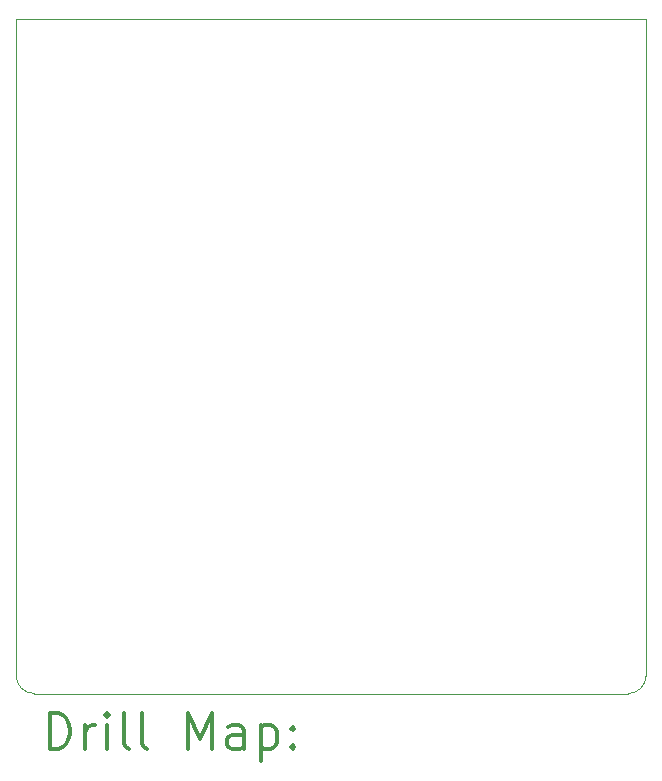
<source format=gbr>
%FSLAX45Y45*%
G04 Gerber Fmt 4.5, Leading zero omitted, Abs format (unit mm)*
G04 Created by KiCad (PCBNEW (5.1.6)-1) date 2022-10-28 15:03:12*
%MOMM*%
%LPD*%
G01*
G04 APERTURE LIST*
%TA.AperFunction,Profile*%
%ADD10C,0.050000*%
%TD*%
%ADD11C,0.200000*%
%ADD12C,0.300000*%
G04 APERTURE END LIST*
D10*
X18034000Y-14325600D02*
G75*
G02*
X17881600Y-14478000I-152400J0D01*
G01*
X12852400Y-14478000D02*
G75*
G02*
X12700000Y-14325600I0J152400D01*
G01*
X12852400Y-14478000D02*
X12852400Y-14478000D01*
X12700000Y-8763000D02*
X12700000Y-14325600D01*
X14808200Y-14478000D02*
X12852400Y-14478000D01*
X15875000Y-14478000D02*
X14808200Y-14478000D01*
X17881600Y-14478000D02*
X15875000Y-14478000D01*
X18034000Y-8763000D02*
X18034000Y-14325600D01*
X12700000Y-8763000D02*
X18034000Y-8763000D01*
D11*
D12*
X12983928Y-14946214D02*
X12983928Y-14646214D01*
X13055357Y-14646214D01*
X13098214Y-14660500D01*
X13126786Y-14689071D01*
X13141071Y-14717643D01*
X13155357Y-14774786D01*
X13155357Y-14817643D01*
X13141071Y-14874786D01*
X13126786Y-14903357D01*
X13098214Y-14931929D01*
X13055357Y-14946214D01*
X12983928Y-14946214D01*
X13283928Y-14946214D02*
X13283928Y-14746214D01*
X13283928Y-14803357D02*
X13298214Y-14774786D01*
X13312500Y-14760500D01*
X13341071Y-14746214D01*
X13369643Y-14746214D01*
X13469643Y-14946214D02*
X13469643Y-14746214D01*
X13469643Y-14646214D02*
X13455357Y-14660500D01*
X13469643Y-14674786D01*
X13483928Y-14660500D01*
X13469643Y-14646214D01*
X13469643Y-14674786D01*
X13655357Y-14946214D02*
X13626786Y-14931929D01*
X13612500Y-14903357D01*
X13612500Y-14646214D01*
X13812500Y-14946214D02*
X13783928Y-14931929D01*
X13769643Y-14903357D01*
X13769643Y-14646214D01*
X14155357Y-14946214D02*
X14155357Y-14646214D01*
X14255357Y-14860500D01*
X14355357Y-14646214D01*
X14355357Y-14946214D01*
X14626786Y-14946214D02*
X14626786Y-14789071D01*
X14612500Y-14760500D01*
X14583928Y-14746214D01*
X14526786Y-14746214D01*
X14498214Y-14760500D01*
X14626786Y-14931929D02*
X14598214Y-14946214D01*
X14526786Y-14946214D01*
X14498214Y-14931929D01*
X14483928Y-14903357D01*
X14483928Y-14874786D01*
X14498214Y-14846214D01*
X14526786Y-14831929D01*
X14598214Y-14831929D01*
X14626786Y-14817643D01*
X14769643Y-14746214D02*
X14769643Y-15046214D01*
X14769643Y-14760500D02*
X14798214Y-14746214D01*
X14855357Y-14746214D01*
X14883928Y-14760500D01*
X14898214Y-14774786D01*
X14912500Y-14803357D01*
X14912500Y-14889071D01*
X14898214Y-14917643D01*
X14883928Y-14931929D01*
X14855357Y-14946214D01*
X14798214Y-14946214D01*
X14769643Y-14931929D01*
X15041071Y-14917643D02*
X15055357Y-14931929D01*
X15041071Y-14946214D01*
X15026786Y-14931929D01*
X15041071Y-14917643D01*
X15041071Y-14946214D01*
X15041071Y-14760500D02*
X15055357Y-14774786D01*
X15041071Y-14789071D01*
X15026786Y-14774786D01*
X15041071Y-14760500D01*
X15041071Y-14789071D01*
M02*

</source>
